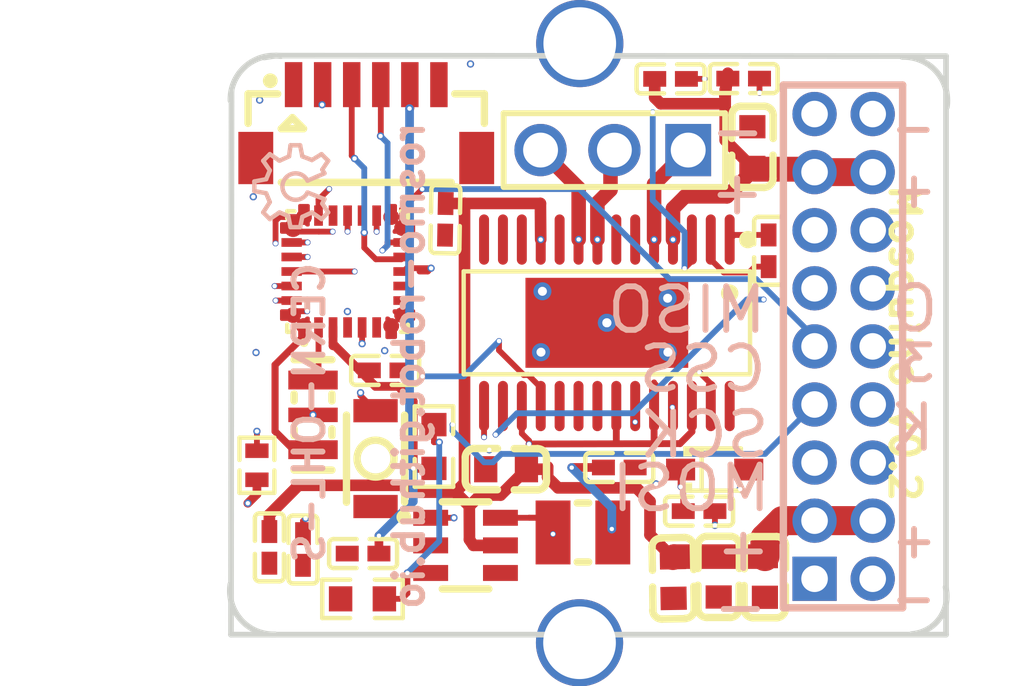
<source format=kicad_pcb>
(kicad_pcb (version 20241229) (generator "pcbnew") (generator_version "9.0")
  (layers (0 "F.Cu" signal) (4 "In1.Cu" signal) (6 "In2.Cu" signal) (2 "B.Cu" signal) (13 "F.Paste" user) (15 "B.Paste" user) (5 "F.SilkS" user) (7 "B.SilkS" user) (1 "F.Mask" user) (3 "B.Mask" user) (25 "Edge.Cuts" user))
  (net 0 "")
  (net 1 "3V_VCC")
  (net 2 "D1_1")
  (net 3 "DRESET")
  (net 4 "EN1")
  (net 5 "FAULT")
  (net 6 "OSC_IN")
  (net 7 "OSC_OUT")
  (net 8 "PGND")
  (net 9 "PWM11")
  (net 10 "PWM12")
  (net 11 "PWM13")
  (net 12 "R12_1")
  (net 13 "R6_1")
  (net 14 "SENS_PWM")
  (net 15 "SPI1_CS")
  (net 16 "SPI1_CSS")
  (net 17 "SPI1_MISO")
  (net 18 "SPI1_MOSI")
  (net 19 "SPI1_SCK")
  (net 20 "SPI2_CSS")
  (net 21 "SPI2_MISO")
  (net 22 "SPI2_MOSI")
  (net 23 "SPI2_SCK")
  (net 24 "SWCLK")
  (net 25 "SWDIO")
  (net 26 "U1_1")
  (net 27 "U1_15")
  (net 28 "U1_2")
  (net 29 "U1_3")
  (net 30 "U1_5")
  (net 31 "U1_8")
  (net 32 "U1_9")
  (net 33 "U2_15")
  (net 34 "U5_1")
  (net 35 "UART2_RX")
  (net 36 "UART2_TX")
  (net 37 "VSUPP")
  (footprint "easyeda:OSC-SMD_3P-L3.2-W1.3-P1.2-L" (layer "F.Cu") (at 7.902 107.539 -90)
    (property "Reference" "X1" (hide yes))
    (property "Value" "8MHz" (hide yes))
    (pad "1" smd rect (at -1.2 0 270) (size 0.65 1.7) (layers "F.Cu" "F.Mask" "F.Paste") (net 7 "OSC_OUT"))
    (pad "2" smd rect (at 0 0 270) (size 0.5 1.7) (layers "F.Cu" "F.Mask" "F.Paste") (net 8 "PGND"))
    (pad "3" smd rect (at 1.2 0 270) (size 0.65 1.7) (layers "F.Cu" "F.Mask" "F.Paste") (net 6 "OSC_IN"))
  )
  (footprint "easyeda:SOD-323_L1.8-W1.3-LS2.5-RD" (layer "F.Cu") (at 21.72 109.421)
    (property "Reference" "D1" (hide yes))
    (property "Value" "1N5819WS" (hide yes))
    (pad "1" smd rect (at -1.172 0) (size 1 0.75) (layers "F.Cu" "F.Mask" "F.Paste") (net 2 "D1_1"))
    (pad "2" smd rect (at 1.172 0) (size 1 0.75) (layers "F.Cu" "F.Mask" "F.Paste") (net 8 "PGND"))
  )
  (footprint "easyeda:IND-SMD_L2.5-W2.0" (layer "F.Cu") (at 17.188 111.587 180)
    (property "Reference" "L5" (hide yes))
    (property "Value" "3.3uH" (hide yes))
    (pad "1" smd rect (at 1.028 0 180) (size 1.2 2.2) (layers "F.Cu" "F.Mask" "F.Paste") (net 2 "D1_1"))
    (pad "2" smd rect (at -1.028 0 180) (size 1.2 2.2) (layers "F.Cu" "F.Mask" "F.Paste") (net 1 "3V_VCC"))
  )
  (footprint "easyeda:C0603" (layer "F.Cu") (at 23.017 98.318 -90)
    (property "Reference" "C8" (hide yes))
    (property "Value" "10uF" (hide yes))
    (pad "1" smd rect (at -0.7 0 270) (size 0.8 0.9) (layers "F.Cu" "F.Mask" "F.Paste") (net 8 "PGND"))
    (pad "2" smd rect (at 0.7 0 270) (size 0.8 0.9) (layers "F.Cu" "F.Mask" "F.Paste") (net 37 "VSUPP"))
  )
  (footprint "easyeda:TSOT-23-6_L2.9-W1.6-P0.95-LS2.8-BL" (layer "F.Cu") (at 13.15 112.032 -90)
    (property "Reference" "U5" (hide yes))
    (property "Value" "LMR14006YDDCR" (hide yes))
    (pad "1" smd rect (at -0.95 1.2 270) (size 0.55 1.2) (layers "F.Cu" "F.Mask" "F.Paste") (net 34 "U5_1"))
    (pad "2" smd rect (at 0 1.2 270) (size 0.55 1.2) (layers "F.Cu" "F.Mask" "F.Paste") (net 8 "PGND"))
    (pad "3" smd rect (at 0.95 1.2 270) (size 0.55 1.2) (layers "F.Cu" "F.Mask" "F.Paste") (net 13 "R6_1"))
    (pad "4" smd rect (at 0.95 -1.2 270) (size 0.55 1.2) (layers "F.Cu" "F.Mask" "F.Paste"))
    (pad "5" smd rect (at 0 -1.2 270) (size 0.55 1.2) (layers "F.Cu" "F.Mask" "F.Paste") (net 37 "VSUPP"))
    (pad "6" smd rect (at -0.95 -1.2 270) (size 0.55 1.2) (layers "F.Cu" "F.Mask" "F.Paste") (net 2 "D1_1"))
  )
  (footprint "easyeda:R0603" (layer "F.Cu") (at 12.062 108.628 -90)
    (property "Reference" "R6" (hide yes))
    (property "Value" "33kΩ" (hide yes))
    (pad "1" smd rect (at -0.753 0 270) (size 0.806 0.864) (layers "F.Cu" "F.Mask" "F.Paste") (net 13 "R6_1"))
    (pad "2" smd rect (at 0.753 0 270) (size 0.806 0.864) (layers "F.Cu" "F.Mask" "F.Paste") (net 1 "3V_VCC"))
  )
  (footprint "easyeda:C0402" (layer "F.Cu") (at 6.401 112.1 90)
    (property "Reference" "C11" (hide yes))
    (property "Value" "100nF" (hide yes))
    (pad "1" smd rect (at -0.545 0 90) (size 0.79 0.54) (layers "F.Cu" "F.Mask" "F.Paste") (net 8 "PGND"))
    (pad "2" smd rect (at 0.545 0 90) (size 0.79 0.54) (layers "F.Cu" "F.Mask" "F.Paste") (net 37 "VSUPP"))
  )
  (footprint "easyeda:R0603" (layer "F.Cu") (at 9.604 113.873 180)
    (property "Reference" "R4" (hide yes))
    (property "Value" "10kΩ" (hide yes))
    (pad "1" smd rect (at -0.753 0 180) (size 0.806 0.864) (layers "F.Cu" "F.Mask" "F.Paste") (net 13 "R6_1"))
    (pad "2" smd rect (at 0.753 0 180) (size 0.806 0.864) (layers "F.Cu" "F.Mask" "F.Paste") (net 8 "PGND"))
  )
  (footprint "easyeda:C0603" (layer "F.Cu") (at 20.295 113.157 91)
    (property "Reference" "C5" (hide yes))
    (property "Value" "10uF" (hide yes))
    (pad "1" smd rect (at -0.7 0 91) (size 0.8 0.9) (layers "F.Cu" "F.Mask" "F.Paste") (net 8 "PGND"))
    (pad "2" smd rect (at 0.7 0 91) (size 0.8 0.9) (layers "F.Cu" "F.Mask" "F.Paste") (net 37 "VSUPP"))
  )
  (footprint "easyeda:C0603" (layer "F.Cu") (at 14.544 109.411)
    (property "Reference" "C12" (hide yes))
    (property "Value" "10uF" (hide yes))
    (pad "1" smd rect (at -0.7 0) (size 0.8 0.9) (layers "F.Cu" "F.Mask" "F.Paste") (net 8 "PGND"))
    (pad "2" smd rect (at 0.7 0) (size 0.8 0.9) (layers "F.Cu" "F.Mask" "F.Paste") (net 37 "VSUPP"))
  )
  (footprint "easyeda:C0603" (layer "F.Cu") (at 23.449 113.119 90)
    (property "Reference" "C10" (hide yes))
    (property "Value" "10uF" (hide yes))
    (pad "1" smd rect (at -0.7 0 90) (size 0.8 0.9) (layers "F.Cu" "F.Mask" "F.Paste") (net 8 "PGND"))
    (pad "2" smd rect (at 0.7 0 90) (size 0.8 0.9) (layers "F.Cu" "F.Mask" "F.Paste") (net 37 "VSUPP"))
  )
  (footprint "easyeda:C0402" (layer "F.Cu") (at 23.576 101.89 90)
    (property "Reference" "C7" (hide yes))
    (property "Value" "10nF" (hide yes))
    (pad "1" smd rect (at -0.545 0 90) (size 0.79 0.54) (layers "F.Cu" "F.Mask" "F.Paste") (net 28 "U1_2"))
    (pad "2" smd rect (at 0.545 0 90) (size 0.79 0.54) (layers "F.Cu" "F.Mask" "F.Paste") (net 26 "U1_1"))
  )
  (footprint "easyeda:HDR-TH_18P-P2.00-V-M-R2-C9-S2.00" (layer "F.Cu") (at 26.157 105.181 -90)
    (property "Reference" "U7" (hide yes))
    (property "Value" "HDR-TH_18P-P2.00-V-M-R2-C9-S2.00" (hide yes))
    (pad "1" thru_hole rect (at 8 1 270) (size 1.524 1.524) (drill 0.914) (layers "*.Cu" "*.Paste" "*.Mask") (net 8 "PGND"))
    (pad "2" thru_hole circle (at 8 -1 270) (size 1.524 1.524) (drill 0.914) (layers "*.Cu" "*.Paste" "*.Mask") (net 8 "PGND"))
    (pad "3" thru_hole circle (at 6 1 270) (size 1.524 1.524) (drill 0.914) (layers "*.Cu" "*.Paste" "*.Mask") (net 37 "VSUPP"))
    (pad "4" thru_hole circle (at 6 -1 270) (size 1.524 1.524) (drill 0.914) (layers "*.Cu" "*.Paste" "*.Mask") (net 37 "VSUPP"))
    (pad "5" thru_hole circle (at 4 1 270) (size 1.524 1.524) (drill 0.914) (layers "*.Cu" "*.Paste" "*.Mask") (net 22 "SPI2_MOSI"))
    (pad "6" thru_hole circle (at 4 -1 270) (size 1.524 1.524) (drill 0.914) (layers "*.Cu" "*.Paste" "*.Mask"))
    (pad "7" thru_hole circle (at 2 1 270) (size 1.524 1.524) (drill 0.914) (layers "*.Cu" "*.Paste" "*.Mask") (net 23 "SPI2_SCK"))
    (pad "8" thru_hole circle (at 2 -1 270) (size 1.524 1.524) (drill 0.914) (layers "*.Cu" "*.Paste" "*.Mask") (net 24 "SWCLK"))
    (pad "9" thru_hole circle (at 0 1 270) (size 1.524 1.524) (drill 0.914) (layers "*.Cu" "*.Paste" "*.Mask") (net 20 "SPI2_CSS"))
    (pad "10" thru_hole circle (at 0 -1 270) (size 1.524 1.524) (drill 0.914) (layers "*.Cu" "*.Paste" "*.Mask") (net 1 "3V_VCC"))
    (pad "11" thru_hole circle (at -2 1 270) (size 1.524 1.524) (drill 0.914) (layers "*.Cu" "*.Paste" "*.Mask") (net 21 "SPI2_MISO"))
    (pad "12" thru_hole circle (at -2 -1 270) (size 1.524 1.524) (drill 0.914) (layers "*.Cu" "*.Paste" "*.Mask") (net 25 "SWDIO"))
    (pad "13" thru_hole circle (at -4 1 270) (size 1.524 1.524) (drill 0.914) (layers "*.Cu" "*.Paste" "*.Mask"))
    (pad "14" thru_hole circle (at -4 -1 270) (size 1.524 1.524) (drill 0.914) (layers "*.Cu" "*.Paste" "*.Mask"))
    (pad "15" thru_hole circle (at -6 1 270) (size 1.524 1.524) (drill 0.914) (layers "*.Cu" "*.Paste" "*.Mask") (net 37 "VSUPP"))
    (pad "16" thru_hole circle (at -6 -1 270) (size 1.524 1.524) (drill 0.914) (layers "*.Cu" "*.Paste" "*.Mask") (net 37 "VSUPP"))
    (pad "17" thru_hole circle (at -8 1 270) (size 1.524 1.524) (drill 0.914) (layers "*.Cu" "*.Paste" "*.Mask") (net 8 "PGND"))
    (pad "18" thru_hole circle (at -8 -1 270) (size 1.524 1.524) (drill 0.914) (layers "*.Cu" "*.Paste" "*.Mask") (net 8 "PGND"))
  )
  (footprint "easyeda:SW-SMD_L3.0-W2.0-LS3.5" (layer "F.Cu") (at 10.053 109.045 90)
    (property "Reference" "RST1" (hide yes))
    (property "Value" "TS-1049A-B2D4" (hide yes))
    (pad "1" smd rect (at -1.65 0 90) (size 0.8 1.524) (layers "F.Cu" "F.Mask" "F.Paste") (net 8 "PGND"))
    (pad "2" smd rect (at 1.65 0 90) (size 0.8 1.524) (layers "F.Cu" "F.Mask" "F.Paste") (net 12 "R12_1"))
  )
  (footprint "easyeda:UFQFPN-28_L4.0-W4.0-P0.50-BL" (layer "F.Cu") (at 9.091 102.603)
    (property "Reference" "U2" (hide yes))
    (property "Value" "C432211" (hide yes))
    (pad "1" smd custom (at -1.5 1.875 90) (size 0.55 0.3) (layers "F.Cu" "F.Mask" "F.Paste") (net 6 "OSC_IN") (options (clearance outline) (anchor circle)) (primitives (gr_poly (pts (xy 0.025 -0.15) (xy -0.4 -0.15) (xy -0.4 0.15) (xy 0.275 0.15) (xy 0.275 0.1)) (width 0.1) (fill yes))))
    (pad "2" smd rect (at -1 1.925) (size 0.3 0.7) (layers "F.Cu" "F.Mask" "F.Paste") (net 7 "OSC_OUT"))
    (pad "3" smd rect (at -0.5 1.925) (size 0.3 0.7) (layers "F.Cu" "F.Mask" "F.Paste") (net 1 "3V_VCC"))
    (pad "4" smd rect (at 0 1.925) (size 0.3 0.7) (layers "F.Cu" "F.Mask" "F.Paste") (net 8 "PGND"))
    (pad "5" smd rect (at 0.5 1.925) (size 0.3 0.7) (layers "F.Cu" "F.Mask" "F.Paste") (net 12 "R12_1"))
    (pad "6" smd rect (at 1 1.925) (size 0.3 0.7) (layers "F.Cu" "F.Mask" "F.Paste"))
    (pad "7" smd custom (at 1.5 1.875 270) (size 0.55 0.3) (layers "F.Cu" "F.Mask" "F.Paste") (options (clearance outline) (anchor circle)) (primitives (gr_poly (pts (xy -0.025 -0.15) (xy 0.4 -0.15) (xy 0.4 0.15) (xy -0.275 0.15) (xy -0.275 0.1)) (width 0.1) (fill yes))))
    (pad "8" smd custom (at 1.875 1.5 180) (size 0.55 0.3) (layers "F.Cu" "F.Mask" "F.Paste") (net 36 "UART2_TX") (options (clearance outline) (anchor circle)) (primitives (gr_poly (pts (xy 0.025 -0.15) (xy -0.4 -0.15) (xy -0.4 0.15) (xy 0.275 0.15) (xy 0.275 0.1)) (width 0.1) (fill yes))))
    (pad "9" smd rect (at 1.925 1) (size 0.7 0.3) (layers "F.Cu" "F.Mask" "F.Paste") (net 35 "UART2_RX"))
    (pad "10" smd rect (at 1.925 0.5) (size 0.7 0.3) (layers "F.Cu" "F.Mask" "F.Paste") (net 16 "SPI1_CSS"))
    (pad "11" smd rect (at 1.925 0) (size 0.7 0.3) (layers "F.Cu" "F.Mask" "F.Paste") (net 19 "SPI1_SCK"))
    (pad "12" smd rect (at 1.925 -0.5) (size 0.7 0.3) (layers "F.Cu" "F.Mask" "F.Paste") (net 17 "SPI1_MISO"))
    (pad "13" smd rect (at 1.925 -1) (size 0.7 0.3) (layers "F.Cu" "F.Mask" "F.Paste") (net 18 "SPI1_MOSI"))
    (pad "14" smd custom (at 1.875 -1.5) (size 0.55 0.3) (layers "F.Cu" "F.Mask" "F.Paste") (net 20 "SPI2_CSS") (options (clearance outline) (anchor circle)) (primitives (gr_poly (pts (xy -0.025 -0.15) (xy 0.4 -0.15) (xy 0.4 0.15) (xy -0.275 0.15) (xy -0.275 0.1)) (width 0.1) (fill yes))))
    (pad "15" smd custom (at 1.5 -1.875 270) (size 0.55 0.3) (layers "F.Cu" "F.Mask" "F.Paste") (net 33 "U2_15") (options (clearance outline) (anchor circle)) (primitives (gr_poly (pts (xy 0.025 -0.15) (xy -0.4 -0.15) (xy -0.4 0.15) (xy 0.275 0.15) (xy 0.275 0.1)) (width 0.1) (fill yes))))
    (pad "16" smd rect (at 1 -1.925) (size 0.3 0.7) (layers "F.Cu" "F.Mask" "F.Paste") (net 9 "PWM11"))
    (pad "17" smd rect (at 0.5 -1.925) (size 0.3 0.7) (layers "F.Cu" "F.Mask" "F.Paste") (net 14 "SENS_PWM"))
    (pad "18" smd rect (at 0 -1.925) (size 0.3 0.7) (layers "F.Cu" "F.Mask" "F.Paste") (net 10 "PWM12"))
    (pad "19" smd rect (at -0.5 -1.925) (size 0.3 0.7) (layers "F.Cu" "F.Mask" "F.Paste"))
    (pad "20" smd rect (at -1 -1.925) (size 0.3 0.7) (layers "F.Cu" "F.Mask" "F.Paste") (net 25 "SWDIO"))
    (pad "21" smd custom (at -1.5 -1.875 90) (size 0.55 0.3) (layers "F.Cu" "F.Mask" "F.Paste") (net 24 "SWCLK") (options (clearance outline) (anchor circle)) (primitives (gr_poly (pts (xy -0.025 -0.15) (xy 0.4 -0.15) (xy 0.4 0.15) (xy -0.275 0.15) (xy -0.275 0.1)) (width 0.1) (fill yes))))
    (pad "22" smd custom (at -1.875 -1.5) (size 0.625 0.3) (layers "F.Cu" "F.Mask" "F.Paste") (net 4 "EN1") (options (clearance outline) (anchor circle)) (primitives (gr_poly (pts (xy 0.025 -0.15) (xy -0.4 -0.15) (xy -0.4 0.15) (xy 0.275 0.15) (xy 0.275 0.1)) (width 0.1) (fill yes))))
    (pad "23" smd rect (at -1.925 -1) (size 0.7 0.3) (layers "F.Cu" "F.Mask" "F.Paste") (net 11 "PWM13"))
    (pad "24" smd rect (at -1.925 -0.5) (size 0.7 0.3) (layers "F.Cu" "F.Mask" "F.Paste") (net 5 "FAULT"))
    (pad "25" smd rect (at -1.925 0) (size 0.7 0.3) (layers "F.Cu" "F.Mask" "F.Paste") (net 3 "DRESET"))
    (pad "26" smd rect (at -1.925 0.5) (size 0.7 0.3) (layers "F.Cu" "F.Mask" "F.Paste") (net 21 "SPI2_MISO"))
    (pad "27" smd rect (at -1.925 1) (size 0.7 0.3) (layers "F.Cu" "F.Mask" "F.Paste") (net 22 "SPI2_MOSI"))
    (pad "28" smd custom (at -1.875 1.5 180) (size 0.55 0.3) (layers "F.Cu" "F.Mask" "F.Paste") (net 23 "SPI2_SCK") (options (clearance outline) (anchor circle)) (primitives (gr_poly (pts (xy -0.025 -0.15) (xy 0.4 -0.15) (xy 0.4 0.15) (xy -0.275 0.15) (xy -0.275 0.1)) (width 0.1) (fill yes))))
  )
  (footprint "easyeda:C0402" (layer "F.Cu") (at 7.557 112.174 -90)
    (property "Reference" "C4" (hide yes))
    (property "Value" "470nF" (hide yes))
    (pad "1" smd rect (at -0.545 0 270) (size 0.79 0.54) (layers "F.Cu" "F.Mask" "F.Paste") (net 27 "U1_15"))
    (pad "2" smd rect (at 0.545 0 270) (size 0.79 0.54) (layers "F.Cu" "F.Mask" "F.Paste") (net 8 "PGND"))
  )
  (footprint "easyeda:C0402" (layer "F.Cu") (at 10.384 106.007 180)
    (property "Reference" "C6" (hide yes))
    (property "Value" "10uF" (hide yes))
    (pad "1" smd rect (at -0.545 0 180) (size 0.79 0.54) (layers "F.Cu" "F.Mask" "F.Paste") (net 8 "PGND"))
    (pad "2" smd rect (at 0.545 0 180) (size 0.79 0.54) (layers "F.Cu" "F.Mask" "F.Paste") (net 1 "3V_VCC"))
  )
  (footprint "easyeda:C0402" (layer "F.Cu") (at 20.203 95.971)
    (property "Reference" "C1" (hide yes))
    (property "Value" "100nF" (hide yes))
    (pad "1" smd rect (at -0.545 0) (size 0.79 0.54) (layers "F.Cu" "F.Mask" "F.Paste") (net 37 "VSUPP"))
    (pad "2" smd rect (at 0.545 0) (size 0.79 0.54) (layers "F.Cu" "F.Mask" "F.Paste") (net 29 "U1_3"))
  )
  (footprint "easyeda:C0603" (layer "F.Cu") (at 21.859 113.109 90)
    (property "Reference" "C9" (hide yes))
    (property "Value" "10uF" (hide yes))
    (pad "1" smd rect (at -0.7 0 90) (size 0.8 0.9) (layers "F.Cu" "F.Mask" "F.Paste") (net 8 "PGND"))
    (pad "2" smd rect (at 0.7 0 90) (size 0.8 0.9) (layers "F.Cu" "F.Mask" "F.Paste") (net 37 "VSUPP"))
  )
  (footprint "easyeda:C0402" (layer "F.Cu") (at 18.438 109.35 180)
    (property "Reference" "C3" (hide yes))
    (property "Value" "100nF" (hide yes))
    (pad "1" smd rect (at -0.545 0 180) (size 0.79 0.54) (layers "F.Cu" "F.Mask" "F.Paste") (net 8 "PGND"))
    (pad "2" smd rect (at 0.545 0 180) (size 0.79 0.54) (layers "F.Cu" "F.Mask" "F.Paste") (net 1 "3V_VCC"))
  )
  (footprint "easyeda:C0402" (layer "F.Cu") (at 12.456 100.805 89)
    (property "Reference" "C2" (hide yes))
    (property "Value" "100nF" (hide yes))
    (pad "1" smd rect (at -0.545 0 89) (size 0.79 0.54) (layers "F.Cu" "F.Mask" "F.Paste") (net 8 "PGND"))
    (pad "2" smd rect (at 0.545 0 89) (size 0.79 0.54) (layers "F.Cu" "F.Mask" "F.Paste") (net 37 "VSUPP"))
  )
  (footprint "easyeda:HTSSOP-28_L9.7-W4.4-P0.65-LS6.4-BL-EP" (layer "F.Cu") (at 18.011 104.369 180)
    (property "Reference" "U1" (hide yes))
    (property "Value" "MS8313" (hide yes))
    (pad "1" smd oval (at -4.225 2.866 180) (size 0.343 1.731) (layers "F.Cu" "F.Mask" "F.Paste") (net 26 "U1_1"))
    (pad "2" smd oval (at -3.575 2.866 180) (size 0.343 1.731) (layers "F.Cu" "F.Mask" "F.Paste") (net 28 "U1_2"))
    (pad "3" smd oval (at -2.925 2.866 180) (size 0.343 1.731) (layers "F.Cu" "F.Mask" "F.Paste") (net 29 "U1_3"))
    (pad "4" smd oval (at -2.275 2.866 180) (size 0.343 1.731) (layers "F.Cu" "F.Mask" "F.Paste") (net 37 "VSUPP"))
    (pad "5" smd oval (at -1.625 2.866 180) (size 0.343 1.731) (layers "F.Cu" "F.Mask" "F.Paste") (net 30 "U1_5"))
    (pad "6" smd oval (at -0.975 2.866 180) (size 0.343 1.731) (layers "F.Cu" "F.Mask" "F.Paste") (net 8 "PGND"))
    (pad "7" smd oval (at -0.325 2.866 180) (size 0.343 1.731) (layers "F.Cu" "F.Mask" "F.Paste") (net 8 "PGND"))
    (pad "8" smd oval (at 0.325 2.866 180) (size 0.343 1.731) (layers "F.Cu" "F.Mask" "F.Paste") (net 31 "U1_8"))
    (pad "9" smd oval (at 0.975 2.866 180) (size 0.343 1.731) (layers "F.Cu" "F.Mask" "F.Paste") (net 32 "U1_9"))
    (pad "10" smd oval (at 1.625 2.866 180) (size 0.343 1.731) (layers "F.Cu" "F.Mask" "F.Paste") (net 8 "PGND"))
    (pad "11" smd oval (at 2.275 2.866 180) (size 0.343 1.731) (layers "F.Cu" "F.Mask" "F.Paste") (net 37 "VSUPP"))
    (pad "12" smd oval (at 2.925 2.866 180) (size 0.343 1.731) (layers "F.Cu" "F.Mask" "F.Paste") (net 8 "PGND"))
    (pad "13" smd oval (at 3.575 2.866 180) (size 0.343 1.731) (layers "F.Cu" "F.Mask" "F.Paste") (net 8 "PGND"))
    (pad "14" smd oval (at 4.225 2.866 180) (size 0.343 1.731) (layers "F.Cu" "F.Mask" "F.Paste") (net 8 "PGND"))
    (pad "15" smd oval (at 4.225 -2.866 180) (size 0.343 1.731) (layers "F.Cu" "F.Mask" "F.Paste") (net 27 "U1_15"))
    (pad "16" smd oval (at 3.575 -2.866 180) (size 0.343 1.731) (layers "F.Cu" "F.Mask" "F.Paste") (net 3 "DRESET"))
    (pad "17" smd oval (at 2.925 -2.866 180) (size 0.343 1.731) (layers "F.Cu" "F.Mask" "F.Paste") (net 4 "EN1"))
    (pad "18" smd oval (at 2.275 -2.866 180) (size 0.343 1.731) (layers "F.Cu" "F.Mask" "F.Paste") (net 5 "FAULT"))
    (pad "19" smd oval (at 1.625 -2.866 180) (size 0.343 1.731) (layers "F.Cu" "F.Mask" "F.Paste") (net 8 "PGND"))
    (pad "20" smd oval (at 0.975 -2.866 180) (size 0.343 1.731) (layers "F.Cu" "F.Mask" "F.Paste") (net 8 "PGND"))
    (pad "21" smd oval (at 0.325 -2.866 180) (size 0.343 1.731) (layers "F.Cu" "F.Mask" "F.Paste") (net 8 "PGND"))
    (pad "22" smd oval (at -0.325 -2.866 180) (size 0.343 1.731) (layers "F.Cu" "F.Mask" "F.Paste") (net 4 "EN1"))
    (pad "23" smd oval (at -0.975 -2.866 180) (size 0.343 1.731) (layers "F.Cu" "F.Mask" "F.Paste") (net 11 "PWM13"))
    (pad "24" smd oval (at -1.625 -2.866 180) (size 0.343 1.731) (layers "F.Cu" "F.Mask" "F.Paste") (net 4 "EN1"))
    (pad "25" smd oval (at -2.275 -2.866 180) (size 0.343 1.731) (layers "F.Cu" "F.Mask" "F.Paste") (net 10 "PWM12"))
    (pad "26" smd oval (at -2.925 -2.866 180) (size 0.343 1.731) (layers "F.Cu" "F.Mask" "F.Paste") (net 4 "EN1"))
    (pad "27" smd oval (at -3.575 -2.866 180) (size 0.343 1.731) (layers "F.Cu" "F.Mask" "F.Paste") (net 9 "PWM11"))
    (pad "28" smd oval (at -4.225 -2.866 180) (size 0.343 1.731) (layers "F.Cu" "F.Mask" "F.Paste") (net 8 "PGND"))
    (pad "29" smd rect (at 0 0 180) (size 5.6 3.1) (layers "F.Cu" "F.Mask" "F.Paste") (net 8 "PGND"))
  )
  (footprint "easyeda:R0402" (layer "F.Cu") (at 5.972 109.273 -90)
    (property "Reference" "R12" (hide yes))
    (property "Value" "10K" (hide yes))
    (pad "1" smd rect (at -0.5 0 270) (size 0.5 0.8) (layers "F.Cu" "F.Mask" "F.Paste") (net 12 "R12_1"))
    (pad "2" smd rect (at 0.5 0 270) (size 0.5 0.8) (layers "F.Cu" "F.Mask" "F.Paste") (net 1 "3V_VCC"))
  )
  (footprint "easyeda:HDR-TH_3P-P2.54-V-M-1" (layer "F.Cu") (at 18.27 98.422 180)
    (property "Reference" "H1" (hide yes))
    (property "Value" "HDR-TH_3P-P2.54-V-M-1" (hide yes))
    (pad "1" thru_hole rect (at -2.54 0 180) (size 1.575 1.8) (drill 1.2) (layers "*.Cu" "*.Paste" "*.Mask") (net 30 "U1_5"))
    (pad "2" thru_hole circle (at 0 0 180) (size 1.8 1.8) (drill 1.2) (layers "*.Cu" "*.Paste" "*.Mask") (net 31 "U1_8"))
    (pad "3" thru_hole circle (at 2.54 0 180) (size 1.8 1.8) (drill 1.2) (layers "*.Cu" "*.Paste" "*.Mask") (net 32 "U1_9"))
  )
  (footprint "easyeda:OSHW_OSHW_6X100_NOTEXT" (layer "F.Cu") (at 8.423 98.257 90)
    (property "Reference" "OSHW_OSHW_6X100_NOTEXT3" (hide yes))
    (property "Value" "OSHW_OSHW_6X100_NOTEXT" (hide yes))
  )
  (footprint "easyeda:C0402_NEW" (layer "F.Cu") (at 9.624 112.314 180)
    (property "Reference" "C13" (hide yes))
    (property "Value" "100nF" (hide yes))
    (pad "1" smd rect (at -0.545 0 180) (size 0.79 0.54) (layers "F.Cu" "F.Mask" "F.Paste") (net 1 "3V_VCC"))
    (pad "2" smd rect (at 0.545 0 180) (size 0.79 0.54) (layers "F.Cu" "F.Mask" "F.Paste") (net 8 "PGND"))
  )
  (footprint "easyeda:CONN-SMD-6P-P1.00_BM06B-SRSS-TB-LF-SN" (layer "F.Cu") (at 9.733 97.432)
    (property "Reference" "U8" (hide yes))
    (property "Value" "CONN-SMD-6P-P1.00_BM06B-SRSS-TB-LF-SN" (hide yes))
    (pad "1" smd rect (at -2.5 -1.263) (size 0.6 1.55) (layers "F.Cu" "F.Mask" "F.Paste") (net 15 "SPI1_CS"))
    (pad "2" smd rect (at -1.5 -1.263) (size 0.6 1.55) (layers "F.Cu" "F.Mask" "F.Paste") (net 19 "SPI1_SCK"))
    (pad "3" smd rect (at -0.5 -1.263) (size 0.6 1.55) (layers "F.Cu" "F.Mask" "F.Paste") (net 17 "SPI1_MISO"))
    (pad "4" smd rect (at 0.5 -1.263) (size 0.6 1.55) (layers "F.Cu" "F.Mask" "F.Paste") (net 18 "SPI1_MOSI"))
    (pad "5" smd rect (at 1.5 -1.263) (size 0.6 1.55) (layers "F.Cu" "F.Mask" "F.Paste") (net 1 "3V_VCC"))
    (pad "6" smd rect (at 2.5 -1.262) (size 0.6 1.55) (layers "F.Cu" "F.Mask" "F.Paste") (net 8 "PGND"))
    (pad "7" smd rect (at 3.8 1.263) (size 1.2 1.8) (layers "F.Cu" "F.Mask" "F.Paste"))
    (pad "8" smd rect (at -3.8 1.263) (size 1.2 1.8) (layers "F.Cu" "F.Mask" "F.Paste"))
  )
  (footprint "easyeda:C0402" (layer "F.Cu") (at 22.718 95.961)
    (property "Reference" "C15" (hide yes))
    (property "Value" "100nF" (hide yes))
    (pad "1" smd rect (at -0.545 0) (size 0.79 0.54) (layers "F.Cu" "F.Mask" "F.Paste") (net 37 "VSUPP"))
    (pad "2" smd rect (at 0.545 0) (size 0.79 0.54) (layers "F.Cu" "F.Mask" "F.Paste") (net 29 "U1_3"))
  )
  (footprint "easyeda:C0402" (layer "F.Cu") (at 21.184 110.853)
    (property "Reference" "C14" (hide yes))
    (property "Value" "100nF" (hide yes))
    (pad "1" smd rect (at -0.545 0) (size 0.79 0.54) (layers "F.Cu" "F.Mask" "F.Paste") (net 2 "D1_1"))
    (pad "2" smd rect (at 0.545 0) (size 0.79 0.54) (layers "F.Cu" "F.Mask" "F.Paste") (net 34 "U5_1"))
  )
  (gr_line (start 6.632 95.169) (end 29.68 95.187) (stroke (width 0.194)) (layer "Edge.Cuts"))
  (gr_line (start 29.68 95.187) (end 29.68 115.105) (stroke (width 0.194)) (layer "Edge.Cuts"))
  (gr_arc (start 6.592 115.096) (mid 5.42027 114.591931) (end 5.059552 113.368444) (stroke (width 0.2)) (layer "Edge.Cuts"))
  (gr_line (start 6.223 95.235) (end 6.632 95.169) (stroke (width 0.194)) (layer "Edge.Cuts"))
  (gr_arc (start 5.064 96.719) (mid 5.567708 95.548039) (end 6.790372 95.187535) (stroke (width 0.2)) (layer "Edge.Cuts"))
  (gr_line (start 29.68 115.105) (end 5.08 115.105) (stroke (width 0.194)) (layer "Edge.Cuts"))
  (gr_arc (start 29.665 113.471) (mid 29.457868 114.548687) (end 28.500544 115.085196) (stroke (width 0.2)) (layer "Edge.Cuts"))
  (gr_arc (start 28.176 95.215) (mid 29.346961 95.718708) (end 29.707465 96.941372) (stroke (width 0.2)) (layer "Edge.Cuts"))
  (gr_line (start 5.08 115.105) (end 5.098 96.378) (stroke (width 0.194)) (layer "Edge.Cuts"))
  (gr_text "Mosquino v0.2" (at 28.255 99.502 -90) (layer "F.SilkS") (effects (font (size 1 1) (thickness 0.203)) (justify left)))
  (gr_text "+" (at 29.456 111.836 0) (layer "B.SilkS") (effects (font (size 1.2 1.2) (thickness 0.203)) (justify left mirror)))
  (gr_text "K" (at 29.406 107.988 0) (layer "B.SilkS") (effects (font (size 1.5 1.5) (thickness 0.203)) (justify left mirror)))
  (gr_text "+" (at 23.556 99.852 0) (layer "B.SilkS") (effects (font (size 1.5 1.5) (thickness 0.203)) (justify left mirror)))
  (gr_text "CERN-OHL-S" (at 7.775 102.192 90) (layer "B.SilkS") (effects (font (size 1 1) (thickness 0.203)) (justify left mirror)))
  (gr_text "+" (at 23.767 112.128 0) (layer "B.SilkS") (effects (font (size 1.5 1.5) (thickness 0.203)) (justify left mirror)))
  (gr_text "-" (at 23.574 97.732 0) (layer "B.SilkS") (effects (font (size 1.5 1.5) (thickness 0.203)) (justify left mirror)))
  (gr_text "MISO" (at 23.609 103.929 0) (layer "B.SilkS") (effects (font (size 1.5 1.5) (thickness 0.203)) (justify left mirror)))
  (gr_text "CSS" (at 23.622 105.961 0) (layer "B.SilkS") (effects (font (size 1.5 1.5) (thickness 0.203)) (justify left mirror)))
  (gr_text "-" (at 23.665 114.11 0) (layer "B.SilkS") (effects (font (size 1.5 1.5) (thickness 0.203)) (justify left mirror)))
  (gr_text "SCK" (at 23.711 108.222 0) (layer "B.SilkS") (effects (font (size 1.5 1.5) (thickness 0.203)) (justify left mirror)))
  (gr_text "MOSI" (at 23.757 110.068 0) (layer "B.SilkS") (effects (font (size 1.5 1.5) (thickness 0.203)) (justify left mirror)))
  (gr_text "O" (at 29.52 103.886 0) (layer "B.SilkS") (effects (font (size 1.5 1.5) (thickness 0.203)) (justify left mirror)))
  (gr_text "-" (at 29.439 113.835 0) (layer "B.SilkS") (effects (font (size 1.2 1.2) (thickness 0.203)) (justify left mirror)))
  (gr_text "3" (at 29.406 105.766 0) (layer "B.SilkS") (effects (font (size 1.2 1.2) (thickness 0.203)) (justify left mirror)))
  (gr_text "+" (at 29.456 99.771 0) (layer "B.SilkS") (effects (font (size 1.2 1.2) (thickness 0.203)) (justify left mirror)))
  (gr_text "-" (at 29.431 97.638 0) (layer "B.SilkS") (effects (font (size 1.2 1.2) (thickness 0.203)) (justify left mirror)))
  (gr_text "rosmo-robot.github.io" (at 11.204 97.356 90) (layer "B.SilkS") (effects (font (size 1 1) (thickness 0.203)) (justify left mirror)))
  (via (at 17.071 115.385) (size 3) (drill 2.5) (layers "F.Cu" "B.Cu") (net 0))
  (via (at 17.079 94.755) (size 3) (drill 2.5) (layers "F.Cu" "B.Cu") (net 0))
  (segment (start 11.35 109.382) (end 11.35 107.073) (width 0.3) (layer "F.Cu") (net 1))
  (segment (start 16.807 109.35) (end 16.802 109.355) (width 0.3) (layer "F.Cu") (net 1))
  (segment (start 17.893 109.35) (end 16.807 109.35) (width 0.3) (layer "F.Cu") (net 1))
  (segment (start 10.835 106.558) (end 10.052 106.558) (width 0.3) (layer "F.Cu") (net 1))
  (segment (start 9.501 106.007) (end 8.653 105.159) (width 0.3) (layer "F.Cu") (net 1))
  (segment (start 11.234 96.984) (end 11.234 96.169) (width 0.3) (layer "F.Cu") (net 1))
  (segment (start 11.35 107.073) (end 10.835 106.558) (width 0.3) (layer "F.Cu") (net 1))
  (segment (start 8.653 105.159) (end 8.591 105.159) (width 0.3) (layer "F.Cu") (net 1))
  (segment (start 18.216 111.587) (end 18.212 111.582) (width 0.3) (layer "F.Cu") (net 1))
  (segment (start 8.591 105.051) (end 8.591 105.159) (width 0.3) (layer "F.Cu") (net 1))
  (segment (start 12.062 109.382) (end 11.35 109.382) (width 0.3) (layer "F.Cu") (net 1))
  (segment (start 11.223 96.994) (end 11.234 96.984) (width 0.3) (layer "F.Cu") (net 1))
  (segment (start 5.659 110.581) (end 5.972 110.269) (width 0.3) (layer "F.Cu") (net 1))
  (segment (start 5.972 110.269) (end 5.972 109.773) (width 0.3) (layer "F.Cu") (net 1))
  (segment (start 10.052 106.558) (end 9.501 106.007) (width 0.3) (layer "F.Cu") (net 1))
  (segment (start 18.181 111.552) (end 18.216 111.587) (width 0.3) (layer "F.Cu") (net 1))
  (segment (start 8.591 104.528) (end 8.591 105.051) (width 0.3) (layer "F.Cu") (net 1))
  (segment (start 10.169 112.314) (end 10.169 111.7) (width 0.3) (layer "F.Cu") (net 1))
  (segment (start 18.181 111.468) (end 18.181 111.552) (width 0.3) (layer "F.Cu") (net 1))
  (segment (start 9.838 106.007) (end 9.501 106.007) (width 0.3) (layer "F.Cu") (net 1))
  (via (at 10.169 111.7) (size 0.25) (drill 0.15) (layers "F.Cu" "B.Cu") (net 1))
  (via (at 18.181 111.468) (size 0.3) (drill 0.15) (layers "F.Cu" "B.Cu") (net 1))
  (via (at 11.223 96.994) (size 0.25) (drill 0.15) (layers "F.Cu" "B.Cu") (net 1))
  (via (at 11.35 109.382) (size 0.3) (drill 0.15) (layers "F.Cu" "B.Cu") (net 1))
  (via (at 5.659 110.581) (size 0.25) (drill 0.15) (layers "F.Cu" "B.Cu") (net 1))
  (via (at 16.802 109.355) (size 0.3) (drill 0.15) (layers "F.Cu" "B.Cu") (net 1))
  (segment (start 18.181 110.734) (end 18.181 111.468) (width 0.3) (layer "B.Cu") (net 1))
  (segment (start 11.35 110.519) (end 10.169 111.7) (width 0.3) (layer "B.Cu") (net 1))
  (segment (start 11.223 109.255) (end 11.223 96.994) (width 0.3) (layer "B.Cu") (net 1))
  (segment (start 11.35 109.382) (end 11.223 109.255) (width 0.3) (layer "B.Cu") (net 1))
  (segment (start 16.802 109.355) (end 18.181 110.734) (width 0.3) (layer "B.Cu") (net 1))
  (segment (start 11.35 109.382) (end 11.35 110.519) (width 0.3) (layer "B.Cu") (net 1))
  (segment (start 20.547 110.017) (end 20.547 109.421) (width 0.2) (layer "F.Cu") (net 2))
  (segment (start 15.342 111.082) (end 15.655 111.082) (width 0.2) (layer "F.Cu") (net 2))
  (segment (start 20.547 110.017) (end 20.639 110.109) (width 0.2) (layer "F.Cu") (net 2))
  (segment (start 15.655 111.082) (end 16.16 111.587) (width 0.2) (layer "F.Cu") (net 2))
  (segment (start 15.601 111.082) (end 16.159 111.641) (width 0.2) (layer "F.Cu") (net 2))
  (segment (start 20.639 110.109) (end 20.639 110.853) (width 0.2) (layer "F.Cu") (net 2))
  (segment (start 15.342 111.082) (end 15.601 111.082) (width 0.2) (layer "F.Cu") (net 2))
  (segment (start 14.349 111.082) (end 15.342 111.082) (width 0.2) (layer "F.Cu") (net 2))
  (via (at 20.547 110.017) (size 0.2) (drill 0.15) (layers "F.Cu" "B.Cu") (net 2))
  (via (at 16.159 111.641) (size 0.2) (drill 0.15) (layers "F.Cu" "B.Cu") (net 2))
  (segment (start 14.436 107.234) (end 14.436 107.968) (width 0.2) (layer "F.Cu") (net 3))
  (segment (start 7.166 102.603) (end 9.333 102.603) (width 0.2) (layer "F.Cu") (net 3))
  (segment (start 14.436 107.968) (end 14.184 108.219) (width 0.2) (layer "F.Cu") (net 3))
  (via (at 23.403 103.567) (size 0.2) (drill 0.15) (layers "F.Cu" "B.Cu") (net 3))
  (via (at 9.333 102.603) (size 0.2) (drill 0.15) (layers "F.Cu" "B.Cu") (net 3))
  (via (at 14.184 108.219) (size 0.2) (drill 0.15) (layers "F.Cu" "B.Cu") (net 3))
  (segment (start 14.184 108.219) (end 14.921 107.483) (width 0.2) (layer "B.Cu") (net 3))
  (segment (start 18.91 107.483) (end 22.825 103.567) (width 0.2) (layer "B.Cu") (net 3))
  (segment (start 14.921 107.483) (end 18.91 107.483) (width 0.2) (layer "B.Cu") (net 3))
  (segment (start 22.825 103.567) (end 23.403 103.567) (width 0.2) (layer "B.Cu") (net 3))
  (segment (start 19.636 106.42) (end 19.636 107.234) (width 0.2) (layer "F.Cu") (net 4))
  (segment (start 8.1 101.229) (end 8.577 101.23) (width 0.2) (layer "F.Cu") (net 4))
  (segment (start 18.336 107.234) (end 18.336 108.534) (width 0.235) (layer "F.Cu") (net 4))
  (segment (start 20.937 107.234) (end 20.937 108.118) (width 0.235) (layer "F.Cu") (net 4))
  (segment (start 20.526 108.529) (end 15.334 108.542) (width 0.235) (layer "F.Cu") (net 4))
  (segment (start 15.086 108.18) (end 15.334 108.428) (width 0.2) (layer "F.Cu") (net 4))
  (segment (start 20.937 108.118) (end 20.526 108.529) (width 0.235) (layer "F.Cu") (net 4))
  (segment (start 7.343 101.229) (end 8.1 101.229) (width 0.2) (layer "F.Cu") (net 4))
  (segment (start 19.636 107.234) (end 19.636 108.531) (width 0.235) (layer "F.Cu") (net 4))
  (segment (start 7.216 101.102) (end 7.343 101.229) (width 0.2) (layer "F.Cu") (net 4))
  (segment (start 15.086 107.234) (end 15.086 108.18) (width 0.2) (layer "F.Cu") (net 4))
  (segment (start 15.334 108.541) (end 15.334 108.428) (width 0.2) (layer "F.Cu") (net 4))
  (via (at 8.577 101.23) (size 0.2) (drill 0.15) (layers "F.Cu" "B.Cu") (net 4))
  (via (at 15.334 108.541) (size 0.2) (drill 0.15) (layers "F.Cu" "B.Cu") (net 4))
  (segment (start 15.735 107.234) (end 15.735 106.594) (width 0.2) (layer "F.Cu") (net 5))
  (segment (start 7.166 102.103) (end 7.716 102.103) (width 0.2) (layer "F.Cu") (net 5))
  (segment (start 15.735 106.594) (end 15.309 106.167) (width 0.2) (layer "F.Cu") (net 5))
  (segment (start 14.3 105.316) (end 14.3 104.999) (width 0.2) (layer "F.Cu") (net 5))
  (segment (start 15.309 106.167) (end 15.151 106.167) (width 0.2) (layer "F.Cu") (net 5))
  (segment (start 15.151 106.167) (end 14.3 105.316) (width 0.2) (layer "F.Cu") (net 5))
  (via (at 7.716 102.103) (size 0.2) (drill 0.15) (layers "F.Cu" "B.Cu") (net 5))
  (via (at 14.301 104.997) (size 0.2) (drill 0.15) (layers "F.Cu" "B.Cu") (net 5))
  (via (at 11.671 106.213) (size 0.25) (drill 0.15) (layers "F.Cu" "B.Cu") (net 5))
  (segment (start 13.086 106.213) (end 14.301 104.997) (width 0.2) (layer "B.Cu") (net 5))
  (segment (start 11.671 106.213) (end 13.086 106.213) (width 0.2) (layer "B.Cu") (net 5))
  (segment (start 6.596 108.105) (end 6.596 105.819) (width 0.245) (layer "F.Cu") (net 6))
  (segment (start 7.591 104.824) (end 7.591 104.478) (width 0.245) (layer "F.Cu") (net 6))
  (segment (start 6.596 105.819) (end 7.591 104.824) (width 0.245) (layer "F.Cu") (net 6))
  (segment (start 7.23 108.738) (end 6.596 108.105) (width 0.245) (layer "F.Cu") (net 6))
  (segment (start 7.902 108.738) (end 7.23 108.738) (width 0.245) (layer "F.Cu") (net 6))
  (segment (start 8.091 104.528) (end 8.091 106.15) (width 0.2) (layer "F.Cu") (net 7))
  (segment (start 8.091 106.15) (end 7.902 106.339) (width 0.2) (layer "F.Cu") (net 7))
  (via (at 20.112 105.38) (size 0.62) (drill 0.31) (layers "F.Cu" "B.Cu") (net 8))
  (via (at 9.086 103.98) (size 0.25) (drill 0.15) (layers "F.Cu" "B.Cu") (net 8))
  (via (at 19.703 109.916) (size 0.25) (drill 0.15) (layers "F.Cu" "B.Cu") (net 8))
  (via (at 22.597 110.096) (size 0.25) (drill 0.15) (layers "F.Cu" "B.Cu") (net 8))
  (via (at 18.011 104.368) (size 0.62) (drill 0.31) (layers "F.Cu" "B.Cu") (net 8))
  (via (at 10.368 105.329) (size 0.25) (drill 0.15) (layers "F.Cu" "B.Cu") (net 8))
  (via (at 6.066 96.7) (size 0.25) (drill 0.15) (layers "F.Cu" "B.Cu") (net 8))
  (via (at 13.965 108.74) (size 0.25) (drill 0.15) (layers "F.Cu" "B.Cu") (net 8))
  (via (at 15.794 103.284) (size 0.62) (drill 0.31) (layers "F.Cu" "B.Cu") (net 8))
  (via (at 5.941 105.392) (size 0.25) (drill 0.15) (layers "F.Cu" "B.Cu") (net 8))
  (via (at 13.32 95.458) (size 0.25) (drill 0.15) (layers "F.Cu" "B.Cu") (net 8))
  (via (at 20.102 103.523) (size 0.62) (drill 0.31) (layers "F.Cu" "B.Cu") (net 8))
  (via (at 15.745 105.38) (size 0.62) (drill 0.31) (layers "F.Cu" "B.Cu") (net 8))
  (via (at 7.902 107.539) (size 0.25) (drill 0.15) (layers "F.Cu" "B.Cu") (net 8))
  (via (at 18.011 104.369) (size 0.62) (drill 0.31) (layers "F.Cu" "B.Cu") (net 8))
  (via (at 5.847 100.03) (size 0.25) (drill 0.15) (layers "F.Cu" "B.Cu") (net 8))
  (segment (start 21.587 107.234) (end 21.587 106.464) (width 0.2) (layer "F.Cu") (net 9))
  (segment (start 10.091 101.233) (end 10.091 100.678) (width 0.2) (layer "F.Cu") (net 9))
  (segment (start 21.587 106.464) (end 21.194 106.07) (width 0.2) (layer "F.Cu") (net 9))
  (via (at 10.091 101.233) (size 0.2) (drill 0.15) (layers "F.Cu" "B.Cu") (net 9))
  (via (at 21.194 106.07) (size 0.2) (drill 0.15) (layers "F.Cu" "B.Cu") (net 9))
  (segment (start 20.267 107.279) (end 20.286 107.26) (width 0.2) (layer "F.Cu") (net 10))
  (segment (start 20.286 107.26) (end 20.286 107.234) (width 0.2) (layer "F.Cu") (net 10))
  (segment (start 9.091 100.678) (end 9.091 101.229) (width 0.2) (layer "F.Cu") (net 10))
  (via (at 20.267 107.279) (size 0.2) (drill 0.15) (layers "F.Cu" "B.Cu") (net 10))
  (via (at 9.091 101.229) (size 0.2) (drill 0.15) (layers "F.Cu" "B.Cu") (net 10))
  (segment (start 18.986 107.783) (end 18.986 107.234) (width 0.2) (layer "F.Cu") (net 11))
  (segment (start 7.166 101.603) (end 7.716 101.603) (width 0.2) (layer "F.Cu") (net 11))
  (segment (start 18.984 107.785) (end 18.986 107.783) (width 0.2) (layer "F.Cu") (net 11))
  (via (at 18.984 107.785) (size 0.2) (drill 0.15) (layers "F.Cu" "B.Cu") (net 11))
  (via (at 7.716 101.603) (size 0.2) (drill 0.15) (layers "F.Cu" "B.Cu") (net 11))
  (segment (start 9.537 106.776) (end 9.537 106.878) (width 0.2) (layer "F.Cu") (net 12))
  (segment (start 5.972 108.773) (end 5.972 108.105) (width 0.2) (layer "F.Cu") (net 12))
  (segment (start 9.537 106.878) (end 10.053 107.394) (width 0.2) (layer "F.Cu") (net 12))
  (segment (start 9.591 104.528) (end 9.591 105.088) (width 0.2) (layer "F.Cu") (net 12))
  (segment (start 5.972 108.105) (end 5.972 108.105) (width 0.2) (layer "F.Cu") (net 12))
  (via (at 9.537 106.776) (size 0.25) (drill 0.15) (layers "F.Cu" "B.Cu") (net 12))
  (via (at 9.591 105.088) (size 0.25) (drill 0.15) (layers "F.Cu" "B.Cu") (net 12))
  (via (at 5.972 108.105) (size 0.25) (drill 0.15) (layers "F.Cu" "B.Cu") (net 12))
  (segment (start 12.062 108.479) (end 12.244 108.479) (width 0.2) (layer "F.Cu") (net 13))
  (segment (start 12.062 107.875) (end 12.062 108.479) (width 0.2) (layer "F.Cu") (net 13))
  (segment (start 11.95 112.982) (end 11.149 112.982) (width 0.2) (layer "F.Cu") (net 13))
  (segment (start 11.149 113.685) (end 10.961 113.873) (width 0.2) (layer "F.Cu") (net 13))
  (segment (start 10.357 113.873) (end 10.961 113.873) (width 0.2) (layer "F.Cu") (net 13))
  (segment (start 11.149 112.982) (end 11.149 113.685) (width 0.2) (layer "F.Cu") (net 13))
  (via (at 12.244 108.479) (size 0.25) (drill 0.15) (layers "F.Cu" "B.Cu") (net 13))
  (via (at 11.149 112.982) (size 0.25) (drill 0.15) (layers "F.Cu" "B.Cu") (net 13))
  (segment (start 11.149 112.982) (end 12.244 111.886) (width 0.2) (layer "B.Cu") (net 13))
  (segment (start 12.244 111.886) (end 12.244 108.479) (width 0.2) (layer "B.Cu") (net 13))
  (segment (start 9.234 98.616) (end 9.234 96.169) (width 0.2) (layer "F.Cu") (net 17))
  (segment (start 10.938 102.181) (end 10.063 102.181) (width 0.2) (layer "F.Cu") (net 17))
  (segment (start 10.063 102.181) (end 9.665 101.783) (width 0.2) (layer "F.Cu") (net 17))
  (segment (start 9.665 101.783) (end 9.665 101.262) (width 0.2) (layer "F.Cu") (net 17))
  (segment (start 9.331 98.713) (end 9.234 98.616) (width 0.2) (layer "F.Cu") (net 17))
  (segment (start 11.016 102.103) (end 10.938 102.181) (width 0.2) (layer "F.Cu") (net 17))
  (via (at 9.665 101.262) (size 0.25) (drill 0.15) (layers "F.Cu" "B.Cu") (net 17))
  (via (at 9.331 98.713) (size 0.25) (drill 0.15) (layers "F.Cu" "B.Cu") (net 17))
  (segment (start 9.331 98.713) (end 9.665 99.047) (width 0.2) (layer "B.Cu") (net 17))
  (segment (start 9.665 99.047) (end 9.665 101.262) (width 0.2) (layer "B.Cu") (net 17))
  (segment (start 10.465 101.703) (end 10.289 101.879) (width 0.2) (layer "F.Cu") (net 18))
  (segment (start 10.224 97.938) (end 10.234 97.928) (width 0.2) (layer "F.Cu") (net 18))
  (segment (start 10.465 101.603) (end 10.465 101.703) (width 0.2) (layer "F.Cu") (net 18))
  (segment (start 11.016 101.603) (end 10.465 101.603) (width 0.2) (layer "F.Cu") (net 18))
  (segment (start 10.234 97.928) (end 10.234 96.169) (width 0.2) (layer "F.Cu") (net 18))
  (via (at 10.224 97.938) (size 0.25) (drill 0.15) (layers "F.Cu" "B.Cu") (net 18))
  (via (at 10.289 101.879) (size 0.2) (drill 0.15) (layers "F.Cu" "B.Cu") (net 18))
  (segment (start 10.467 98.181) (end 10.224 97.938) (width 0.2) (layer "B.Cu") (net 18))
  (segment (start 10.467 101.701) (end 10.467 98.181) (width 0.2) (layer "B.Cu") (net 18))
  (segment (start 10.289 101.879) (end 10.467 101.701) (width 0.2) (layer "B.Cu") (net 18))
  (segment (start 11.566 102.603) (end 11.849 102.603) (width 0.2) (layer "F.Cu") (net 19))
  (segment (start 11.016 102.603) (end 11.13 102.489) (width 0.2) (layer "F.Cu") (net 19))
  (segment (start 11.849 102.603) (end 11.963 102.489) (width 0.2) (layer "F.Cu") (net 19))
  (segment (start 11.13 102.489) (end 11.963 102.489) (width 0.2) (layer "F.Cu") (net 19))
  (segment (start 8.214 96.189) (end 8.234 96.169) (width 0.2) (layer "F.Cu") (net 19))
  (segment (start 8.214 96.86) (end 8.214 96.189) (width 0.2) (layer "F.Cu") (net 19))
  (via (at 11.963 102.489) (size 0.25) (drill 0.15) (layers "F.Cu" "B.Cu") (net 19))
  (via (at 8.214 96.86) (size 0.25) (drill 0.15) (layers "F.Cu" "B.Cu") (net 19))
  (segment (start 10.966 100.458) (end 11.659 99.765) (width 0.2) (layer "F.Cu") (net 20))
  (segment (start 10.966 101.103) (end 10.966 100.458) (width 0.2) (layer "F.Cu") (net 20))
  (via (at 11.659 99.765) (size 0.2) (drill 0.15) (layers "F.Cu" "B.Cu") (net 20))
  (segment (start 23.149 102.863) (end 20.167 102.863) (width 0.2) (layer "B.Cu") (net 20))
  (segment (start 25.157 104.871) (end 23.149 102.863) (width 0.2) (layer "B.Cu") (net 20))
  (segment (start 25.157 105.181) (end 25.157 104.871) (width 0.2) (layer "B.Cu") (net 20))
  (segment (start 17.068 99.765) (end 11.659 99.765) (width 0.2) (layer "B.Cu") (net 20))
  (segment (start 20.167 102.863) (end 17.068 99.765) (width 0.2) (layer "B.Cu") (net 20))
  (segment (start 7.166 103.104) (end 6.58 103.104) (width 0.2) (layer "F.Cu") (net 21))
  (via (at 6.58 103.104) (size 0.2) (drill 0.15) (layers "F.Cu" "B.Cu") (net 21))
  (segment (start 7.166 103.603) (end 6.615 103.603) (width 0.2) (layer "F.Cu") (net 22))
  (via (at 6.615 103.603) (size 0.2) (drill 0.15) (layers "F.Cu" "B.Cu") (net 22))
  (segment (start 7.699 103.971) (end 7.348 103.971) (width 0.2) (layer "F.Cu") (net 23))
  (segment (start 7.348 103.971) (end 7.216 104.103) (width 0.2) (layer "F.Cu") (net 23))
  (via (at 7.7 103.971) (size 0.2) (drill 0.15) (layers "F.Cu" "B.Cu") (net 23))
  (via (at 12.704 107.875) (size 0.2) (drill 0.15) (layers "F.Cu" "B.Cu") (net 23))
  (segment (start 14.381 108.883) (end 14.093 109.171) (width 0.2) (layer "B.Cu") (net 23))
  (segment (start 13.788 109.171) (end 12.704 108.087) (width 0.2) (layer "B.Cu") (net 23))
  (segment (start 12.704 108.087) (end 12.704 107.875) (width 0.2) (layer "B.Cu") (net 23))
  (segment (start 14.093 109.171) (end 13.788 109.171) (width 0.2) (layer "B.Cu") (net 23))
  (segment (start 23.456 108.883) (end 14.381 108.883) (width 0.2) (layer "B.Cu") (net 23))
  (segment (start 25.157 107.181) (end 23.456 108.883) (width 0.2) (layer "B.Cu") (net 23))
  (segment (start 6.613 100.86) (end 6.613 101.635) (width 0.2) (layer "F.Cu") (net 24))
  (segment (start 6.745 100.728) (end 6.613 100.86) (width 0.2) (layer "F.Cu") (net 24))
  (segment (start 7.591 100.728) (end 6.745 100.728) (width 0.2) (layer "F.Cu") (net 24))
  (via (at 6.613 101.636) (size 0.2) (drill 0.15) (layers "F.Cu" "B.Cu") (net 24))
  (segment (start 8.091 100.678) (end 8.091 100.127) (width 0.2) (layer "F.Cu") (net 25))
  (segment (start 8.458 99.76) (end 8.091 100.127) (width 0.2) (layer "F.Cu") (net 25))
  (via (at 8.458 99.76) (size 0.2) (drill 0.15) (layers "F.Cu" "B.Cu") (net 25))
  (segment (start 23.576 101.344) (end 22.394 101.344) (width 0.2) (layer "F.Cu") (net 26))
  (segment (start 22.394 101.344) (end 22.236 101.503) (width 0.2) (layer "F.Cu") (net 26))
  (segment (start 13.786 108.307) (end 13.786 107.234) (width 0.2) (layer "F.Cu") (net 27))
  (segment (start 7.557 111.629) (end 7.557 111.194) (width 0.2) (layer "F.Cu") (net 27))
  (segment (start 7.557 111.194) (end 7.647 111.103) (width 0.2) (layer "F.Cu") (net 27))
  (via (at 7.647 111.103) (size 0.25) (drill 0.15) (layers "F.Cu" "B.Cu") (net 27))
  (via (at 13.786 108.307) (size 0.2) (drill 0.15) (layers "F.Cu" "B.Cu") (net 27))
  (segment (start 22.037 102.638) (end 21.586 102.188) (width 0.2) (layer "F.Cu") (net 28))
  (segment (start 23.576 102.435) (end 23.106 102.435) (width 0.2) (layer "F.Cu") (net 28))
  (segment (start 21.586 102.188) (end 21.586 101.503) (width 0.2) (layer "F.Cu") (net 28))
  (segment (start 23.106 102.435) (end 22.902 102.638) (width 0.2) (layer "F.Cu") (net 28))
  (segment (start 22.902 102.638) (end 22.037 102.638) (width 0.2) (layer "F.Cu") (net 28))
  (segment (start 20.936 102.241) (end 20.685 102.492) (width 0.2) (layer "F.Cu") (net 29))
  (segment (start 20.936 101.503) (end 20.936 102.241) (width 0.2) (layer "F.Cu") (net 29))
  (segment (start 20.748 95.971) (end 21.372 95.971) (width 0.2) (layer "F.Cu") (net 29))
  (segment (start 23.263 96.453) (end 23.263 95.961) (width 0.2) (layer "F.Cu") (net 29))
  (via (at 19.591 97.123) (size 0.2) (drill 0.15) (layers "F.Cu" "B.Cu") (net 29))
  (via (at 20.685 102.492) (size 0.2) (drill 0.15) (layers "F.Cu" "B.Cu") (net 29))
  (via (at 21.372 95.971) (size 0.2) (drill 0.15) (layers "F.Cu" "B.Cu") (net 29))
  (via (at 23.263 96.453) (size 0.2) (drill 0.15) (layers "F.Cu" "B.Cu") (net 29))
  (segment (start 20.685 101.247) (end 20.685 102.492) (width 0.2) (layer "B.Cu") (net 29))
  (segment (start 19.59 97.123) (end 19.59 100.152) (width 0.2) (layer "B.Cu") (net 29))
  (segment (start 20.685 102.492) (end 20.685 102.492) (width 0.2) (layer "B.Cu") (net 29))
  (segment (start 19.59 100.152) (end 20.685 101.247) (width 0.2) (layer "B.Cu") (net 29))
  (segment (start 19.636 101.503) (end 19.636 99.596) (width 0.5) (layer "F.Cu") (net 30))
  (segment (start 19.636 99.596) (end 20.81 98.422) (width 0.5) (layer "F.Cu") (net 30))
  (via (at 19.636 101.503) (size 0.25) (drill 0.15) (layers "F.Cu" "B.Cu") (net 30))
  (segment (start 18.136 98.557) (end 18.27 98.422) (width 0.5) (layer "F.Cu") (net 31))
  (segment (start 18.136 99.792) (end 18.136 98.557) (width 0.5) (layer "F.Cu") (net 31))
  (segment (start 17.686 101.503) (end 17.686 100.241) (width 0.5) (layer "F.Cu") (net 31))
  (segment (start 17.686 100.241) (end 18.136 99.792) (width 0.5) (layer "F.Cu") (net 31))
  (via (at 17.686 101.503) (size 0.25) (drill 0.15) (layers "F.Cu" "B.Cu") (net 31))
  (segment (start 17.041 99.733) (end 15.73 98.422) (width 0.5) (layer "F.Cu") (net 32))
  (segment (start 17.041 101.498) (end 17.041 99.733) (width 0.5) (layer "F.Cu") (net 32))
  (via (at 17.041 101.498) (size 0.25) (drill 0.15) (layers "F.Cu" "B.Cu") (net 32))
  (segment (start 21.729 111.341) (end 21.729 110.853) (width 0.2) (layer "F.Cu") (net 34))
  (segment (start 11.95 111.082) (end 12.75 111.082) (width 0.2) (layer "F.Cu") (net 34))
  (via (at 21.729 111.341) (size 0.25) (drill 0.15) (layers "F.Cu" "B.Cu") (net 34))
  (via (at 12.75 111.082) (size 0.25) (drill 0.15) (layers "F.Cu" "B.Cu") (net 34))
  (segment (start 20.287 100.432) (end 20.704 100.015) (width 0.5) (layer "F.Cu") (net 37))
  (segment (start 23.449 112.418) (end 23.449 111.788) (width 1) (layer "F.Cu") (net 37))
  (segment (start 20.282 112.457) (end 20.321 112.419) (width 0.847) (layer "F.Cu") (net 37))
  (segment (start 14.356 110.3) (end 15.245 109.411) (width 0.4) (layer "F.Cu") (net 37))
  (segment (start 13.114 100.259) (end 15.725 100.259) (width 0.4) (layer "F.Cu") (net 37))
  (segment (start 13.279 110.679) (end 12.799 110.2) (width 0.4) (layer "F.Cu") (net 37))
  (segment (start 13.284 111.831) (end 13.279 110.681) (width 0.4) (layer "F.Cu") (net 37))
  (segment (start 12.466 100.26) (end 13.114 100.26) (width 0.4) (layer "F.Cu") (net 37))
  (segment (start 20.704 100.015) (end 22.146 100.015) (width 0.5) (layer "F.Cu") (net 37))
  (segment (start 11.026 109.964) (end 7.404 109.964) (width 0.4) (layer "F.Cu") (net 37))
  (segment (start 13.114 109.886) (end 12.799 110.2) (width 0.4) (layer "F.Cu") (net 37))
  (segment (start 22.083 96.33) (end 22.083 98.082) (width 0.4) (layer "F.Cu") (net 37))
  (segment (start 22.083 96.827) (end 19.865 96.827) (width 0.4) (layer "F.Cu") (net 37))
  (segment (start 20.287 101.504) (end 20.287 100.432) (width 0.5) (layer "F.Cu") (net 37))
  (segment (start 19.865 96.827) (end 19.657 96.619) (width 0.4) (layer "F.Cu") (net 37))
  (segment (start 15.974 109.334) (end 15.974 109.692) (width 0.4) (layer "F.Cu") (net 37))
  (segment (start 22.07 96.563) (end 22.083 96.571) (width 0.4) (layer "F.Cu") (net 37))
  (segment (start 19.657 96.619) (end 19.657 96.007) (width 0.4) (layer "F.Cu") (net 37))
  (segment (start 20.321 112.419) (end 23.449 112.419) (width 0.847) (layer "F.Cu") (net 37))
  (segment (start 15.898 109.411) (end 15.974 109.334) (width 0.4) (layer "F.Cu") (net 37))
  (segment (start 13.658 110.3) (end 14.356 110.3) (width 0.4) (layer "F.Cu") (net 37))
  (segment (start 15.725 100.259) (end 15.735 101.503) (width 0.4) (layer "F.Cu") (net 37))
  (segment (start 15.244 109.411) (end 15.898 109.411) (width 0.4) (layer "F.Cu") (net 37))
  (segment (start 23.449 111.788) (end 24.056 111.181) (width 1) (layer "F.Cu") (net 37))
  (segment (start 13.419 112.032) (end 13.284 111.831) (width 0.4) (layer "F.Cu") (net 37))
  (segment (start 11.26 110.2) (end 11.026 109.964) (width 0.4) (layer "F.Cu") (net 37))
  (segment (start 19.495 110.518) (end 19.495 111.669) (width 0.4) (layer "F.Cu") (net 37))
  (segment (start 22.146 100.015) (end 23.081 99.08) (width 0.5) (layer "F.Cu") (net 37))
  (segment (start 7.404 109.964) (end 6.401 110.973) (width 0.4) (layer "F.Cu") (net 37))
  (segment (start 24.959 99.181) (end 25.157 99.181) (width 0.857) (layer "F.Cu") (net 37))
  (segment (start 14.349 112.032) (end 13.419 112.032) (width 0.4) (layer "F.Cu") (net 37))
  (segment (start 15.974 109.692) (end 16.332 110.051) (width 0.4) (layer "F.Cu") (net 37))
  (segment (start 19.495 111.669) (end 20.282 112.459) (width 0.4) (layer "F.Cu") (net 37))
  (segment (start 12.799 110.2) (end 11.26 110.2) (width 0.4) (layer "F.Cu") (net 37))
  (segment (start 27.157 111.181) (end 25.157 111.181) (width 1) (layer "F.Cu") (net 37))
  (segment (start 27.157 99.181) (end 25.157 99.181) (width 0.959) (layer "F.Cu") (net 37))
  (segment (start 24.858 99.08) (end 24.959 99.181) (width 0.857) (layer "F.Cu") (net 37))
  (segment (start 6.401 110.973) (end 6.401 111.554) (width 0.4) (layer "F.Cu") (net 37))
  (segment (start 22.083 96.557) (end 22.173 95.776) (width 0.4) (layer "F.Cu") (net 37))
  (segment (start 13.279 110.681) (end 13.658 110.3) (width 0.4) (layer "F.Cu") (net 37))
  (segment (start 13.114 100.26) (end 13.114 109.886) (width 0.4) (layer "F.Cu") (net 37))
  (segment (start 24.056 111.181) (end 25.156 111.181) (width 1) (layer "F.Cu") (net 37))
  (segment (start 22.083 98.082) (end 23.081 99.08) (width 0.4) (layer "F.Cu") (net 37))
  (segment (start 19.027 110.051) (end 19.495 110.518) (width 0.4) (layer "F.Cu") (net 37))
  (segment (start 16.332 110.051) (end 19.027 110.051) (width 0.4) (layer "F.Cu") (net 37))
  (segment (start 22.083 96.571) (end 22.083 96.557) (width 0.4) (layer "F.Cu") (net 37))
  (segment (start 23.081 99.08) (end 24.858 99.08) (width 0.857) (layer "F.Cu") (net 37))
  (via (at 15.735 101.503) (size 0.25) (drill 0.15) (layers "F.Cu" "B.Cu") (net 37))
  (via (at 20.287 101.503) (size 0.25) (drill 0.15) (layers "F.Cu" "B.Cu") (net 37))
)
</source>
